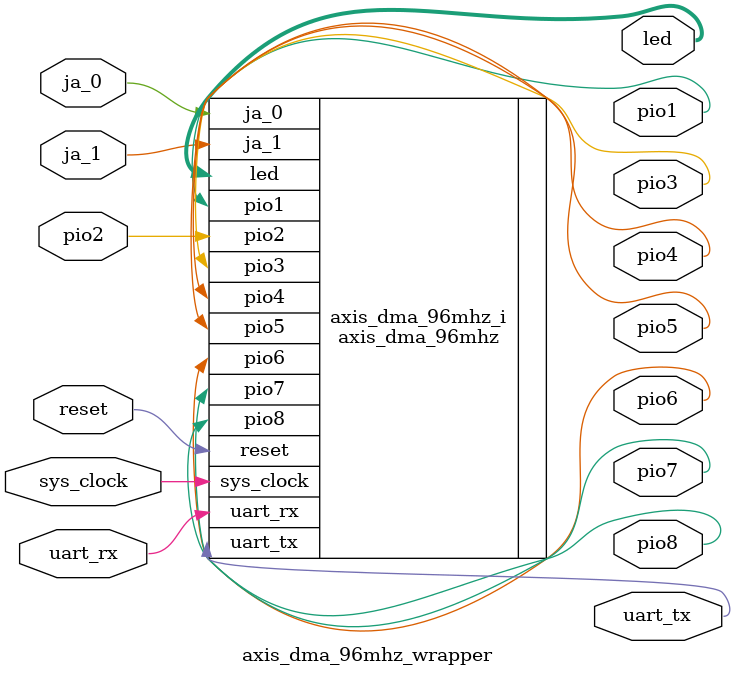
<source format=v>
`timescale 1 ps / 1 ps

module axis_dma_96mhz_wrapper
   (ja_0,
    ja_1,
    led,
    pio1,
    pio2,
    pio3,
    pio4,
    pio5,
    pio6,
    pio7,
    pio8,
    reset,
    sys_clock,
    uart_rx,
    uart_tx);
  input ja_0;
  input ja_1;
  output [6:0]led;
  output pio1;
  input pio2;
  output pio3;
  output pio4;
  output pio5;
  output pio6;
  output pio7;
  output pio8;
  input reset;
  input sys_clock;
  input uart_rx;
  output uart_tx;

  wire ja_0;
  wire ja_1;
  wire [6:0]led;
  wire pio1;
  wire pio2;
  wire pio3;
  wire pio4;
  wire pio5;
  wire pio6;
  wire pio7;
  wire pio8;
  wire reset;
  wire sys_clock;
  wire uart_rx;
  wire uart_tx;

  axis_dma_96mhz axis_dma_96mhz_i
       (.ja_0(ja_0),
        .ja_1(ja_1),
        .led(led),
        .pio1(pio1),
        .pio2(pio2),
        .pio3(pio3),
        .pio4(pio4),
        .pio5(pio5),
        .pio6(pio6),
        .pio7(pio7),
        .pio8(pio8),
        .reset(reset),
        .sys_clock(sys_clock),
        .uart_rx(uart_rx),
        .uart_tx(uart_tx));
endmodule

</source>
